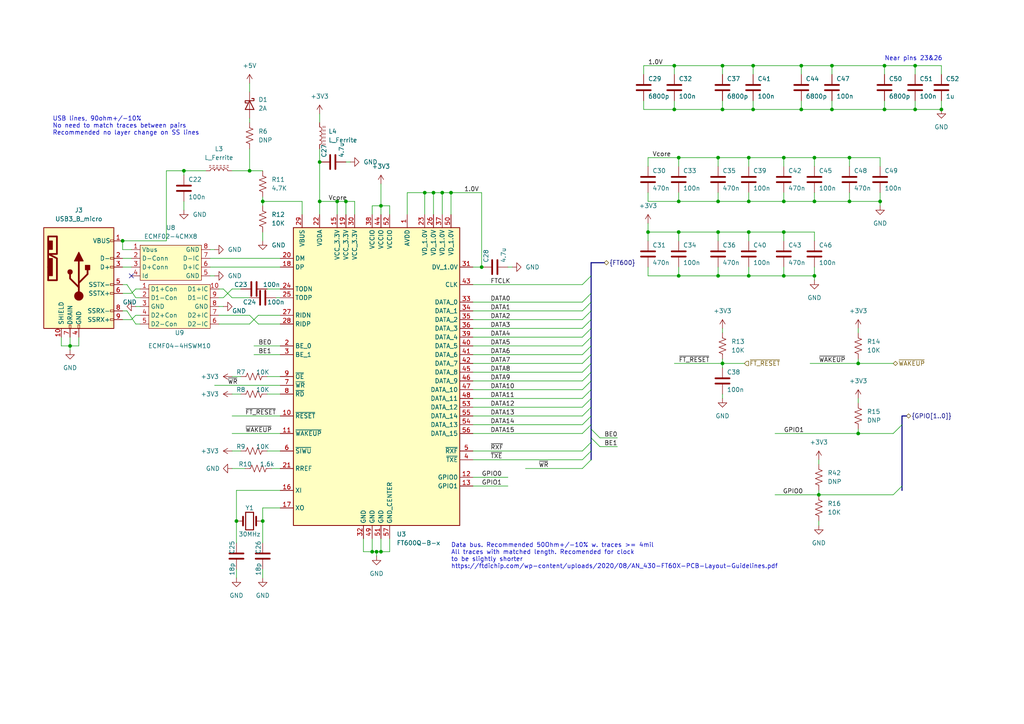
<source format=kicad_sch>
(kicad_sch (version 20211123) (generator eeschema)
  (paper "A4")
  (title_block (title "ECP5U85-BSE-USB Breakout board") (date "2022-02-02") (rev "A") (company "OEPS") (comment 1 "Aarón Cuevas López"))
  (lib_symbols
    (symbol "Device:C" (pin_numbers hide) (pin_names (offset 0.254))
      (property "Reference" "C" (at 0.635 2.54 0))
      (property "Value" "C" (at 0.635 -2.54 0))
      (symbol "C_0_1"
        (polyline (pts (xy -2.032 -0.762) (xy 2.032 -0.762)) (stroke (width 0.508)))
        (polyline (pts (xy -2.032 0.762) (xy 2.032 0.762)) (stroke (width 0.508)))
      )
      (symbol "C_1_1"
        (pin passive line (at 0 3.81 270) (length 2.794) (name "~") (number "1"))
        (pin passive line (at 0 -3.81 90) (length 2.794) (name "~") (number "2"))
      )
    )
    (symbol "Device:Crystal" (pin_numbers hide) (pin_names (offset 1.016) hide)
      (property "Reference" "Y" (at 0 3.81 0))
      (property "Value" "Crystal" (at 0 -3.81 0))
      (symbol "Crystal_0_1"
        (rectangle (start -1.143 2.54) (end 1.143 -2.54) (stroke (width 0.3048)))
        (polyline (pts (xy -2.54 0) (xy -1.905 0)))
        (polyline (pts (xy -1.905 -1.27) (xy -1.905 1.27)) (stroke (width 0.508)))
        (polyline (pts (xy 1.905 -1.27) (xy 1.905 1.27)) (stroke (width 0.508)))
        (polyline (pts (xy 2.54 0) (xy 1.905 0)))
      )
      (symbol "Crystal_1_1"
        (pin passive line (at -3.81 0 0) (length 1.27) (name "1") (number "1"))
        (pin passive line (at 3.81 0 180) (length 1.27) (name "2") (number "2"))
      )
    )
    (symbol "Device:D_Schottky" (pin_numbers hide) (pin_names (offset 1.016) hide)
      (property "Reference" "D" (at 0 2.54 0))
      (property "Value" "D_Schottky" (at 0 -2.54 0))
      (symbol "D_Schottky_0_1"
        (polyline (pts (xy 1.27 0) (xy -1.27 0)))
        (polyline (pts (xy 1.27 1.27) (xy 1.27 -1.27) (xy -1.27 0) (xy 1.27 1.27)) (stroke (width 0.254)))
        (polyline (pts (xy -1.905 0.635) (xy -1.905 1.27) (xy -1.27 1.27) (xy -1.27 -1.27) (xy -0.635 -1.27) (xy -0.635 -0.635)) (stroke (width 0.254)))
      )
      (symbol "D_Schottky_1_1"
        (pin passive line (at -3.81 0 0) (length 2.54) (name "K") (number "1"))
        (pin passive line (at 3.81 0 180) (length 2.54) (name "A") (number "2"))
      )
    )
    (symbol "Device:L_Ferrite" (pin_numbers hide) (pin_names (offset 1.016) hide)
      (property "Reference" "L" (at -1.27 0 90))
      (property "Value" "L_Ferrite" (at 2.794 0 90))
      (symbol "L_Ferrite_0_1"
        (arc (start 0 -2.54) (mid 0.635 -1.905) (end 0 -1.27))
        (arc (start 0 -1.27) (mid 0.635 -0.635) (end 0 0))
        (polyline (pts (xy 1.016 -2.794) (xy 1.016 -2.286)))
        (polyline (pts (xy 1.016 -1.778) (xy 1.016 -1.27)))
        (polyline (pts (xy 1.016 -0.762) (xy 1.016 -0.254)))
        (polyline (pts (xy 1.016 0.254) (xy 1.016 0.762)))
        (polyline (pts (xy 1.016 1.27) (xy 1.016 1.778)))
        (polyline (pts (xy 1.016 2.286) (xy 1.016 2.794)))
        (polyline (pts (xy 1.524 -2.286) (xy 1.524 -2.794)))
        (polyline (pts (xy 1.524 -1.27) (xy 1.524 -1.778)))
        (polyline (pts (xy 1.524 -0.254) (xy 1.524 -0.762)))
        (polyline (pts (xy 1.524 0.762) (xy 1.524 0.254)))
        (polyline (pts (xy 1.524 1.778) (xy 1.524 1.27)))
        (polyline (pts (xy 1.524 2.794) (xy 1.524 2.286)))
        (arc (start 0 0) (mid 0.635 0.635) (end 0 1.27))
        (arc (start 0 1.27) (mid 0.635 1.905) (end 0 2.54))
      )
      (symbol "L_Ferrite_1_1"
        (pin passive line (at 0 3.81 270) (length 1.27) (name "1") (number "1"))
        (pin passive line (at 0 -3.81 90) (length 1.27) (name "2") (number "2"))
      )
    )
    (symbol "Device:R_US" (pin_numbers hide) (pin_names (offset 0))
      (property "Reference" "R" (at 2.54 0 90))
      (property "Value" "R_US" (at -2.54 0 90))
      (symbol "R_US_0_1"
        (polyline (pts (xy 0 -2.286) (xy 0 -2.54)))
        (polyline (pts (xy 0 2.286) (xy 0 2.54)))
        (polyline (pts (xy 0 -0.762) (xy 1.016 -1.143) (xy 0 -1.524) (xy -1.016 -1.905) (xy 0 -2.286)))
        (polyline (pts (xy 0 0.762) (xy 1.016 0.381) (xy 0 0) (xy -1.016 -0.381) (xy 0 -0.762)))
        (polyline (pts (xy 0 2.286) (xy 1.016 1.905) (xy 0 1.524) (xy -1.016 1.143) (xy 0 0.762)))
      )
      (symbol "R_US_1_1"
        (pin passive line (at 0 3.81 270) (length 1.27) (name "~") (number "1"))
        (pin passive line (at 0 -3.81 90) (length 1.27) (name "~") (number "2"))
      )
    )
    (symbol "ecp5u85-bse-usb:ECMF02-4CMX8"
      (property "Reference" "U" (at 0 6.35 0))
      (property "Value" "ECMF02-4CMX8" (at 0 8.89 0))
      (symbol "ECMF02-4CMX8_0_1"
        (rectangle (start -8.89 5.08) (end 8.89 -5.08) (fill (type background)))
      )
      (symbol "ECMF02-4CMX8_1_1"
        (pin passive line (at -11.43 3.81 0) (length 2.54) (name "Vbus") (number "1"))
        (pin passive line (at -11.43 1.27 0) (length 2.54) (name "D-Conn") (number "2"))
        (pin passive line (at -11.43 -1.27 0) (length 2.54) (name "D+Conn") (number "3"))
        (pin passive line (at -11.43 -3.81 0) (length 2.54) (name "Id") (number "4"))
        (pin power_in line (at 11.43 -3.81 180) (length 2.54) (name "GND") (number "5"))
        (pin passive line (at 11.43 -1.27 180) (length 2.54) (name "D+IC") (number "6"))
        (pin passive line (at 11.43 1.27 180) (length 2.54) (name "D-IC") (number "7"))
        (pin power_in line (at 11.43 3.81 180) (length 2.54) (name "GND") (number "8"))
      )
    )
    (symbol "ecp5u85-bse-usb:ECMF04-4HSWM10"
      (property "Reference" "U" (at 0 7.62 0))
      (property "Value" "ECMF04-4HSWM10" (at 0 10.16 0))
      (symbol "ECMF04-4HSWM10_0_1"
        (rectangle (start -8.89 6.35) (end 8.89 -6.35) (fill (type background)))
      )
      (symbol "ECMF04-4HSWM10_1_1"
        (pin passive line (at -11.43 5.08 0) (length 2.54) (name "D1+Con") (number "1"))
        (pin passive line (at 11.43 5.08 180) (length 2.54) (name "D1+IC") (number "10"))
        (pin passive line (at -11.43 2.54 0) (length 2.54) (name "D1-Con") (number "2"))
        (pin power_in line (at -11.43 0 0) (length 2.54) (name "GND") (number "3"))
        (pin passive line (at -11.43 -2.54 0) (length 2.54) (name "D2+Con") (number "4"))
        (pin passive line (at -11.43 -5.08 0) (length 2.54) (name "D2-Con") (number "5"))
        (pin passive line (at 11.43 -5.08 180) (length 2.54) (name "D2-IC") (number "6"))
        (pin passive line (at 11.43 -2.54 180) (length 2.54) (name "D2+IC") (number "7"))
        (pin power_in line (at 11.43 0 180) (length 2.54) (name "GND") (number "8"))
        (pin passive line (at 11.43 2.54 180) (length 2.54) (name "D1-IC") (number "9"))
      )
    )
    (symbol "ecp5u85-bse-usb:USB3_B_micro" (pin_names (offset 1.016))
      (property "Reference" "J" (at -10.16 15.24 0))
      (property "Value" "USB3_B_micro" (at 10.16 15.24 0))
      (symbol "USB3_B_micro_0_0"
        (rectangle (start -2.794 -15.24) (end -2.286 -14.224))
        (rectangle (start -0.254 -15.24) (end 0.254 -14.224))
        (rectangle (start 10.16 -12.446) (end 9.144 -12.954))
        (rectangle (start 10.16 -9.906) (end 9.144 -10.414))
        (rectangle (start 10.16 -4.826) (end 9.144 -5.334))
        (rectangle (start 10.16 -2.286) (end 9.144 -2.794))
        (rectangle (start 10.16 2.794) (end 9.144 2.286))
        (rectangle (start 10.16 5.334) (end 9.144 4.826))
        (rectangle (start 10.16 10.414) (end 9.144 9.906))
      )
      (symbol "USB3_B_micro_0_1"
        (rectangle (start -10.16 13.97) (end 10.16 -15.24) (stroke (width 0.254)) (fill (type background)))
        (rectangle (start -8.89 5.08) (end -7.62 0) (fill (type outline)))
        (rectangle (start -8.89 10.16) (end -7.62 7.62) (fill (type outline)))
        (polyline (pts (xy -8.89 2.54) (xy -8.89 -1.27)) (stroke (width 0.5)))
        (polyline (pts (xy -8.89 2.54) (xy -8.89 11.43) (xy -6.35 11.43) (xy -6.35 6.35) (xy -8.89 6.35) (xy -6.35 5.08) (xy -6.35 -1.27) (xy -8.89 -1.27)) (stroke (width 0.5)))
      )
      (symbol "USB3_B_micro_1_1"
        (circle (center -2.54 1.143) (radius 0.635) (stroke (width 0.254)) (fill (type outline)))
        (circle (center 0 -5.842) (radius 1.27) (fill (type outline)))
        (polyline (pts (xy 0 -5.842) (xy 0 4.318)) (stroke (width 0.508)))
        (polyline (pts (xy 0 -3.302) (xy -2.54 -0.762) (xy -2.54 0.508)) (stroke (width 0.508)))
        (polyline (pts (xy 0 -2.032) (xy 2.54 0.508) (xy 2.54 1.778)) (stroke (width 0.508)))
        (polyline (pts (xy -1.27 4.318) (xy 0 6.858) (xy 1.27 4.318) (xy -1.27 4.318)) (stroke (width 0.254)) (fill (type outline)))
        (rectangle (start 1.905 1.778) (end 3.175 3.048) (stroke (width 0.254)) (fill (type outline)))
        (pin power_out line (at 12.7 10.16 180) (length 2.54) (name "VBUS") (number "1"))
        (pin passive line (at -5.08 -17.78 90) (length 2.54) (name "SHIELD") (number "10"))
        (pin bidirectional line (at 12.7 5.08 180) (length 2.54) (name "D-") (number "2"))
        (pin bidirectional line (at 12.7 2.54 180) (length 2.54) (name "D+") (number "3"))
        (pin power_out line (at 0 -17.78 90) (length 2.54) (name "GND") (number "4"))
        (pin output line (at 12.7 -2.54 180) (length 2.54) (name "SSTX-") (number "5"))
        (pin output line (at 12.7 -5.08 180) (length 2.54) (name "SSTX+") (number "6"))
        (pin passive line (at -2.54 -17.78 90) (length 2.54) (name "DRAIN") (number "7"))
        (pin input line (at 12.7 -10.16 180) (length 2.54) (name "SSRX-") (number "8"))
        (pin input line (at 12.7 -12.7 180) (length 2.54) (name "SSRX+") (number "9"))
      )
    )
    (symbol "jonnew:FT600Q-B-x"
      (property "Reference" "U" (at -1.27 2.54 0))
      (property "Value" "FT600Q-B-x" (at -6.35 0 0))
      (symbol "FT600Q-B-x_0_0"
        (pin power_in line (at 1.27 46.99 270) (length 3.81) (name "VCCIO") (number "44"))
        (pin power_in line (at 21.59 46.99 270) (length 3.81) (name "VD_1.0V") (number "50"))
        (pin power_in line (at 1.27 -46.99 90) (length 3.81) (name "GND") (number "51"))
        (pin power_in line (at 3.81 46.99 270) (length 3.81) (name "VCCIO") (number "52"))
        (pin power_in line (at 3.81 -46.99 90) (length 3.81) (name "GND_CENTER") (number "57"))
      )
      (symbol "FT600Q-B-x_0_1"
        (rectangle (start -24.13 43.18) (end 24.13 -43.18) (stroke (width 0.254)) (fill (type background)))
      )
      (symbol "FT600Q-B-x_1_1"
        (pin power_in line (at 8.89 46.99 270) (length 3.81) (name "AVDD") (number "1"))
        (pin input line (at -27.94 -11.43 0) (length 3.81) (name "~{RESET}") (number "10"))
        (pin bidirectional line (at -27.94 -16.51 0) (length 3.81) (name "~{WAKEUP}") (number "11"))
        (pin bidirectional line (at 27.94 -29.21 180) (length 3.81) (name "GPIO0") (number "12"))
        (pin bidirectional line (at 27.94 -31.75 180) (length 3.81) (name "GPIO1") (number "13"))
        (pin no_connect line (at 21.59 -35.56 180) (length 3.81) hide (name "RESERVED") (number "14"))
        (pin power_in line (at -11.43 46.99 270) (length 3.81) (name "VCC_3.3V") (number "15"))
        (pin input line (at -27.94 -33.02 0) (length 3.81) (name "XI") (number "16"))
        (pin output line (at -27.94 -38.1 0) (length 3.81) (name "XO") (number "17"))
        (pin bidirectional line (at -27.94 31.75 0) (length 3.81) (name "DP") (number "18"))
        (pin power_in line (at -8.89 46.99 270) (length 3.81) (name "VCC_3.3V") (number "19"))
        (pin bidirectional line (at -27.94 8.89 0) (length 3.81) (name "BE_0") (number "2"))
        (pin bidirectional line (at -27.94 34.29 0) (length 3.81) (name "DM") (number "20"))
        (pin input line (at -27.94 -26.67 0) (length 3.81) (name "RREF") (number "21"))
        (pin power_in line (at -16.51 46.99 270) (length 3.81) (name "VDDA") (number "22"))
        (pin power_in line (at 13.97 46.99 270) (length 3.81) (name "VD_1.0V") (number "23"))
        (pin output line (at -27.94 25.4 0) (length 3.81) (name "TODN") (number "24"))
        (pin output line (at -27.94 22.86 0) (length 3.81) (name "TODP") (number "25"))
        (pin power_in line (at 16.51 46.99 270) (length 3.81) (name "VD_1.0V") (number "26"))
        (pin input line (at -27.94 17.78 0) (length 3.81) (name "RIDN") (number "27"))
        (pin input line (at -27.94 15.24 0) (length 3.81) (name "RIDP") (number "28"))
        (pin power_in line (at -21.59 46.99 270) (length 3.81) (name "VBUS") (number "29"))
        (pin bidirectional line (at -27.94 6.35 0) (length 3.81) (name "BE_1") (number "3"))
        (pin power_in line (at -6.35 46.99 270) (length 3.81) (name "VCC_3.3V") (number "30"))
        (pin power_out line (at 27.94 31.75 180) (length 3.81) (name "DV_1.0V") (number "31"))
        (pin power_in line (at -3.81 -46.99 90) (length 3.81) (name "GND") (number "32"))
        (pin bidirectional line (at 27.94 21.59 180) (length 3.81) (name "DATA_0") (number "33"))
        (pin bidirectional line (at 27.94 19.05 180) (length 3.81) (name "DATA_1") (number "34"))
        (pin bidirectional line (at 27.94 16.51 180) (length 3.81) (name "DATA_2") (number "35"))
        (pin bidirectional line (at 27.94 13.97 180) (length 3.81) (name "DATA_3") (number "36"))
        (pin power_in line (at 19.05 46.99 270) (length 3.81) (name "VD_1.0V") (number "37"))
        (pin power_in line (at -1.27 46.99 270) (length 3.81) (name "VCCIO") (number "38"))
        (pin bidirectional line (at 27.94 11.43 180) (length 3.81) (name "DATA_4") (number "39"))
        (pin output line (at 27.94 -24.13 180) (length 3.81) (name "~{TXE}") (number "4"))
        (pin bidirectional line (at 27.94 8.89 180) (length 3.81) (name "DATA_5") (number "40"))
        (pin bidirectional line (at 27.94 6.35 180) (length 3.81) (name "DATA_6") (number "41"))
        (pin bidirectional line (at 27.94 3.81 180) (length 3.81) (name "DATA_7") (number "42"))
        (pin output line (at 27.94 26.67 180) (length 3.81) (name "CLK") (number "43"))
        (pin bidirectional line (at 27.94 1.27 180) (length 3.81) (name "DATA_8") (number "45"))
        (pin bidirectional line (at 27.94 -1.27 180) (length 3.81) (name "DATA_9") (number "46"))
        (pin bidirectional line (at 27.94 -3.81 180) (length 3.81) (name "DATA_10") (number "47"))
        (pin bidirectional line (at 27.94 -6.35 180) (length 3.81) (name "DATA_11") (number "48"))
        (pin power_in line (at -1.27 -46.99 90) (length 3.81) (name "GND") (number "49"))
        (pin output line (at 27.94 -21.59 180) (length 3.81) (name "~{RXF}") (number "5"))
        (pin bidirectional line (at 27.94 -8.89 180) (length 3.81) (name "DATA_12") (number "53"))
        (pin bidirectional line (at 27.94 -13.97 180) (length 3.81) (name "DATA_13") (number "54"))
        (pin bidirectional line (at 27.94 -11.43 180) (length 3.81) (name "DATA_14") (number "55"))
        (pin bidirectional line (at 27.94 -16.51 180) (length 3.81) (name "DATA_15") (number "56"))
        (pin input line (at -27.94 -21.59 0) (length 3.81) (name "~{SIWU}") (number "6"))
        (pin input line (at -27.94 -2.54 0) (length 3.81) (name "~{WR}") (number "7"))
        (pin input line (at -27.94 -5.08 0) (length 3.81) (name "~{RD}") (number "8"))
        (pin input line (at -27.94 0 0) (length 3.81) (name "~{OE}") (number "9"))
      )
    )
    (symbol "power:+3.3V" (power) (pin_names (offset 0))
      (property "Value" "+3.3V" (at 0 3.556 0))
      (symbol "+3.3V_0_1"
        (polyline (pts (xy -0.762 1.27) (xy 0 2.54)))
        (polyline (pts (xy 0 0) (xy 0 2.54)))
        (polyline (pts (xy 0 2.54) (xy 0.762 1.27)))
      )
      (symbol "+3.3V_1_1"
        (pin power_in line (at 0 0 90) (length 0) hide (name "+3V3") (number "1"))
      )
    )
    (symbol "power:+5V" (power) (pin_names (offset 0))
      (property "Value" "+5V" (at 0 3.556 0))
      (symbol "+5V_0_1"
        (polyline (pts (xy -0.762 1.27) (xy 0 2.54)))
        (polyline (pts (xy 0 0) (xy 0 2.54)))
        (polyline (pts (xy 0 2.54) (xy 0.762 1.27)))
      )
      (symbol "+5V_1_1"
        (pin power_in line (at 0 0 90) (length 0) hide (name "+5V") (number "1"))
      )
    )
    (symbol "power:GND" (power) (pin_names (offset 0))
      (property "Value" "GND" (at 0 -3.81 0))
      (symbol "GND_0_1"
        (polyline (pts (xy 0 0) (xy 0 -1.27) (xy 1.27 -1.27) (xy 0 -2.54) (xy -1.27 -1.27) (xy 0 -1.27)))
      )
      (symbol "GND_1_1"
        (pin power_in line (at 0 0 270) (length 0) hide (name "GND") (number "1"))
      )
    )
  )
  (bus_alias "FT600" (members "DATA[0..15]" "BE[0..1]" "~{RXF}" "~{TXE}" "~{WR}" "FTCLK"))
  (junction (at 97.79 58.42))
  (junction (at 208.28 58.42))
  (junction (at 265.43 19.05))
  (junction (at 256.54 31.75))
  (junction (at 110.49 160.02))
  (junction (at 227.33 80.01))
  (junction (at 255.27 58.42))
  (junction (at 237.49 143.51))
  (junction (at 248.92 105.41))
  (junction (at 209.55 19.05))
  (junction (at 195.58 31.75))
  (junction (at 107.95 160.02))
  (junction (at 208.28 80.01))
  (junction (at 125.73 55.88))
  (junction (at 217.17 67.31))
  (junction (at 208.28 45.72))
  (junction (at 246.38 45.72))
  (junction (at 227.33 45.72))
  (junction (at 236.22 58.42))
  (junction (at 217.17 58.42))
  (junction (at 208.28 67.31))
  (junction (at 265.43 31.75))
  (junction (at 72.39 49.53))
  (junction (at 92.71 46.99))
  (junction (at 130.81 55.88))
  (junction (at 218.44 31.75))
  (junction (at 232.41 31.75))
  (junction (at 236.22 80.01))
  (junction (at 100.33 58.42))
  (junction (at 139.7 77.47))
  (junction (at 196.85 80.01))
  (junction (at 217.17 45.72))
  (junction (at 68.58 151.13))
  (junction (at 76.2 151.13))
  (junction (at 246.38 58.42))
  (junction (at 196.85 45.72))
  (junction (at 196.85 58.42))
  (junction (at 76.2 58.42))
  (junction (at 35.56 69.85))
  (junction (at 187.96 67.31))
  (junction (at 236.22 45.72))
  (junction (at 273.05 31.75))
  (junction (at 218.44 19.05))
  (junction (at 109.22 160.02))
  (junction (at 92.71 58.42))
  (junction (at 128.27 55.88))
  (junction (at 232.41 19.05))
  (junction (at 209.55 105.41))
  (junction (at 123.19 55.88))
  (junction (at 248.92 125.73))
  (junction (at 209.55 31.75))
  (junction (at 110.49 59.69))
  (junction (at 195.58 19.05))
  (junction (at 227.33 58.42))
  (junction (at 217.17 80.01))
  (junction (at 20.32 100.33))
  (junction (at 241.3 31.75))
  (junction (at 227.33 67.31))
  (junction (at 241.3 19.05))
  (junction (at 256.54 19.05))
  (junction (at 196.85 67.31))
  (junction (at 53.34 49.53))
  (no_connect (at 38.1 80.01))
  (bus_entry (at 171.45 102.87) (size -2.54 2.54))
  (bus_entry (at 171.45 118.11) (size -2.54 2.54))
  (bus_entry (at 171.45 107.95) (size -2.54 2.54))
  (bus_entry (at 171.45 130.81) (size -2.54 2.54))
  (bus_entry (at 259.08 125.73) (size 2.54 -2.54))
  (bus_entry (at 171.45 123.19) (size -2.54 2.54))
  (bus_entry (at 171.45 115.57) (size -2.54 2.54))
  (bus_entry (at 171.45 97.79) (size -2.54 2.54))
  (bus_entry (at 171.45 95.25) (size -2.54 2.54))
  (bus_entry (at 171.45 105.41) (size -2.54 2.54))
  (bus_entry (at 171.45 87.63) (size -2.54 2.54))
  (bus_entry (at 171.45 133.35) (size -2.54 2.54))
  (bus_entry (at 171.45 85.09) (size -2.54 2.54))
  (bus_entry (at 171.45 120.65) (size -2.54 2.54))
  (bus_entry (at 171.45 128.27) (size -2.54 2.54))
  (bus_entry (at 171.45 124.46) (size 2.54 2.54))
  (bus_entry (at 171.45 127) (size 2.54 2.54))
  (bus_entry (at 171.45 110.49) (size -2.54 2.54))
  (bus_entry (at 171.45 92.71) (size -2.54 2.54))
  (bus_entry (at 171.45 90.17) (size -2.54 2.54))
  (bus_entry (at 171.45 113.03) (size -2.54 2.54))
  (bus_entry (at 259.08 143.51) (size 2.54 -2.54))
  (bus_entry (at 171.45 100.33) (size -2.54 2.54))
  (bus_entry (at 168.91 82.55) (size 2.54 -2.54))
  (wire (pts (xy 187.96 55.88) (xy 187.96 58.42)))
  (wire (pts (xy 137.16 125.73) (xy 168.91 125.73)))
  (wire (pts (xy 265.43 19.05) (xy 265.43 21.59)))
  (wire (pts (xy 48.26 69.85) (xy 48.26 49.53)))
  (wire (pts (xy 63.5 88.9) (xy 64.77 88.9)))
  (wire (pts (xy 39.37 91.44) (xy 38.1 92.71)))
  (wire (pts (xy 102.87 58.42) (xy 102.87 62.23)))
  (wire (pts (xy 218.44 19.05) (xy 232.41 19.05)))
  (wire (pts (xy 209.55 31.75) (xy 218.44 31.75)))
  (wire (pts (xy 67.31 49.53) (xy 72.39 49.53)))
  (wire (pts (xy 17.78 100.33) (xy 20.32 100.33)))
  (wire (pts (xy 265.43 31.75) (xy 273.05 31.75)))
  (wire (pts (xy 77.47 130.81) (xy 81.28 130.81)))
  (wire (pts (xy 209.55 19.05) (xy 218.44 19.05)))
  (wire (pts (xy 36.83 82.55) (xy 39.37 86.36)))
  (wire (pts (xy 217.17 80.01) (xy 227.33 80.01)))
  (wire (pts (xy 234.95 105.41) (xy 248.92 105.41)))
  (wire (pts (xy 195.58 19.05) (xy 195.58 21.59)))
  (wire (pts (xy 187.96 48.26) (xy 187.96 45.72)))
  (wire (pts (xy 236.22 45.72) (xy 236.22 48.26)))
  (wire (pts (xy 80.01 86.36) (xy 81.28 86.36)))
  (wire (pts (xy 137.16 90.17) (xy 168.91 90.17)))
  (wire (pts (xy 17.78 97.79) (xy 17.78 100.33)))
  (wire (pts (xy 72.39 91.44) (xy 74.93 93.98)))
  (wire (pts (xy 209.55 104.14) (xy 209.55 105.41)))
  (wire (pts (xy 246.38 48.26) (xy 246.38 45.72)))
  (wire (pts (xy 53.34 49.53) (xy 59.69 49.53)))
  (wire (pts (xy 236.22 67.31) (xy 236.22 69.85)))
  (wire (pts (xy 100.33 58.42) (xy 100.33 62.23)))
  (wire (pts (xy 63.5 93.98) (xy 72.39 93.98)))
  (bus (pts (xy 171.45 85.09) (xy 171.45 87.63)))
  (wire (pts (xy 60.96 80.01) (xy 62.23 80.01)))
  (wire (pts (xy 227.33 69.85) (xy 227.33 67.31)))
  (wire (pts (xy 35.56 85.09) (xy 38.1 85.09)))
  (wire (pts (xy 218.44 19.05) (xy 218.44 21.59)))
  (wire (pts (xy 196.85 80.01) (xy 208.28 80.01)))
  (wire (pts (xy 196.85 45.72) (xy 196.85 48.26)))
  (wire (pts (xy 137.16 140.97) (xy 147.32 140.97)))
  (wire (pts (xy 67.31 120.65) (xy 81.28 120.65)))
  (wire (pts (xy 92.71 33.02) (xy 92.71 35.56)))
  (wire (pts (xy 137.16 138.43) (xy 147.32 138.43)))
  (wire (pts (xy 148.59 77.47) (xy 147.32 77.47)))
  (wire (pts (xy 236.22 45.72) (xy 246.38 45.72)))
  (bus (pts (xy 261.62 140.97) (xy 261.62 123.19)))
  (wire (pts (xy 187.96 77.47) (xy 187.96 80.01)))
  (wire (pts (xy 227.33 58.42) (xy 236.22 58.42)))
  (wire (pts (xy 125.73 55.88) (xy 128.27 55.88)))
  (wire (pts (xy 236.22 77.47) (xy 236.22 80.01)))
  (wire (pts (xy 209.55 105.41) (xy 209.55 106.68)))
  (wire (pts (xy 137.16 95.25) (xy 168.91 95.25)))
  (wire (pts (xy 137.16 107.95) (xy 168.91 107.95)))
  (wire (pts (xy 137.16 118.11) (xy 168.91 118.11)))
  (wire (pts (xy 152.4 135.89) (xy 168.91 135.89)))
  (bus (pts (xy 171.45 128.27) (xy 171.45 130.81)))
  (wire (pts (xy 236.22 58.42) (xy 246.38 58.42)))
  (wire (pts (xy 273.05 19.05) (xy 273.05 21.59)))
  (wire (pts (xy 256.54 29.21) (xy 256.54 31.75)))
  (wire (pts (xy 227.33 55.88) (xy 227.33 58.42)))
  (wire (pts (xy 224.79 125.73) (xy 248.92 125.73)))
  (bus (pts (xy 171.45 92.71) (xy 171.45 95.25)))
  (wire (pts (xy 20.32 97.79) (xy 20.32 100.33)))
  (wire (pts (xy 139.7 77.47) (xy 139.7 55.88)))
  (wire (pts (xy 208.28 67.31) (xy 217.17 67.31)))
  (wire (pts (xy 237.49 151.13) (xy 237.49 152.4)))
  (wire (pts (xy 232.41 19.05) (xy 241.3 19.05)))
  (wire (pts (xy 77.47 109.22) (xy 81.28 109.22)))
  (wire (pts (xy 208.28 58.42) (xy 217.17 58.42)))
  (wire (pts (xy 137.16 115.57) (xy 168.91 115.57)))
  (wire (pts (xy 92.71 43.18) (xy 92.71 46.99)))
  (wire (pts (xy 196.85 55.88) (xy 196.85 58.42)))
  (wire (pts (xy 22.86 97.79) (xy 22.86 100.33)))
  (wire (pts (xy 237.49 142.24) (xy 237.49 143.51)))
  (wire (pts (xy 255.27 55.88) (xy 255.27 58.42)))
  (wire (pts (xy 241.3 29.21) (xy 241.3 31.75)))
  (wire (pts (xy 137.16 97.79) (xy 168.91 97.79)))
  (bus (pts (xy 171.45 105.41) (xy 171.45 107.95)))
  (wire (pts (xy 36.83 90.17) (xy 39.37 93.98)))
  (wire (pts (xy 137.16 87.63) (xy 168.91 87.63)))
  (wire (pts (xy 196.85 77.47) (xy 196.85 80.01)))
  (wire (pts (xy 76.2 58.42) (xy 87.63 58.42)))
  (wire (pts (xy 60.96 72.39) (xy 62.23 72.39)))
  (wire (pts (xy 63.5 86.36) (xy 64.77 86.36)))
  (wire (pts (xy 227.33 80.01) (xy 236.22 80.01)))
  (wire (pts (xy 76.2 67.31) (xy 76.2 69.85)))
  (wire (pts (xy 256.54 31.75) (xy 265.43 31.75)))
  (bus (pts (xy 171.45 100.33) (xy 171.45 102.87)))
  (wire (pts (xy 76.2 58.42) (xy 76.2 59.69)))
  (wire (pts (xy 20.32 100.33) (xy 22.86 100.33)))
  (wire (pts (xy 107.95 62.23) (xy 107.95 59.69)))
  (wire (pts (xy 35.56 72.39) (xy 35.56 69.85)))
  (wire (pts (xy 217.17 45.72) (xy 217.17 48.26)))
  (wire (pts (xy 77.47 83.82) (xy 81.28 83.82)))
  (wire (pts (xy 60.96 74.93) (xy 81.28 74.93)))
  (wire (pts (xy 195.58 105.41) (xy 209.55 105.41)))
  (bus (pts (xy 171.45 123.19) (xy 171.45 124.46)))
  (wire (pts (xy 246.38 45.72) (xy 255.27 45.72)))
  (wire (pts (xy 218.44 29.21) (xy 218.44 31.75)))
  (wire (pts (xy 208.28 55.88) (xy 208.28 58.42)))
  (bus (pts (xy 171.45 110.49) (xy 171.45 113.03)))
  (wire (pts (xy 137.16 113.03) (xy 168.91 113.03)))
  (wire (pts (xy 137.16 92.71) (xy 168.91 92.71)))
  (wire (pts (xy 217.17 45.72) (xy 227.33 45.72)))
  (wire (pts (xy 35.56 69.85) (xy 48.26 69.85)))
  (wire (pts (xy 76.2 165.1) (xy 76.2 167.64)))
  (wire (pts (xy 137.16 102.87) (xy 168.91 102.87)))
  (wire (pts (xy 67.31 130.81) (xy 69.85 130.81)))
  (wire (pts (xy 137.16 82.55) (xy 168.91 82.55)))
  (wire (pts (xy 77.47 114.3) (xy 81.28 114.3)))
  (wire (pts (xy 110.49 59.69) (xy 110.49 62.23)))
  (wire (pts (xy 39.37 83.82) (xy 40.64 83.82)))
  (wire (pts (xy 187.96 67.31) (xy 196.85 67.31)))
  (wire (pts (xy 256.54 19.05) (xy 256.54 21.59)))
  (bus (pts (xy 171.45 80.01) (xy 171.45 85.09)))
  (wire (pts (xy 187.96 45.72) (xy 196.85 45.72)))
  (wire (pts (xy 130.81 62.23) (xy 130.81 55.88)))
  (wire (pts (xy 217.17 67.31) (xy 227.33 67.31)))
  (wire (pts (xy 72.39 43.18) (xy 72.39 49.53)))
  (wire (pts (xy 224.79 143.51) (xy 237.49 143.51)))
  (wire (pts (xy 72.39 24.13) (xy 72.39 26.67)))
  (bus (pts (xy 171.45 124.46) (xy 171.45 127)))
  (bus (pts (xy 171.45 102.87) (xy 171.45 105.41)))
  (wire (pts (xy 209.55 114.3) (xy 209.55 115.57)))
  (wire (pts (xy 118.11 62.23) (xy 118.11 55.88)))
  (wire (pts (xy 67.31 83.82) (xy 64.77 86.36)))
  (wire (pts (xy 217.17 67.31) (xy 217.17 69.85)))
  (wire (pts (xy 273.05 29.21) (xy 273.05 31.75)))
  (bus (pts (xy 261.62 120.65) (xy 262.89 120.65)))
  (wire (pts (xy 217.17 58.42) (xy 227.33 58.42)))
  (wire (pts (xy 236.22 55.88) (xy 236.22 58.42)))
  (wire (pts (xy 92.71 46.99) (xy 92.71 58.42)))
  (bus (pts (xy 171.45 127) (xy 171.45 128.27)))
  (wire (pts (xy 137.16 110.49) (xy 168.91 110.49)))
  (wire (pts (xy 63.5 83.82) (xy 64.77 83.82)))
  (wire (pts (xy 187.96 58.42) (xy 196.85 58.42)))
  (wire (pts (xy 78.74 135.89) (xy 81.28 135.89)))
  (wire (pts (xy 68.58 165.1) (xy 68.58 167.64)))
  (wire (pts (xy 265.43 19.05) (xy 273.05 19.05)))
  (bus (pts (xy 171.45 107.95) (xy 171.45 110.49)))
  (wire (pts (xy 248.92 95.25) (xy 248.92 96.52)))
  (wire (pts (xy 227.33 77.47) (xy 227.33 80.01)))
  (wire (pts (xy 105.41 160.02) (xy 107.95 160.02)))
  (wire (pts (xy 186.69 19.05) (xy 195.58 19.05)))
  (wire (pts (xy 48.26 49.53) (xy 53.34 49.53)))
  (wire (pts (xy 39.37 88.9) (xy 40.64 88.9)))
  (wire (pts (xy 196.85 67.31) (xy 208.28 67.31)))
  (wire (pts (xy 110.49 160.02) (xy 113.03 160.02)))
  (wire (pts (xy 97.79 58.42) (xy 97.79 62.23)))
  (bus (pts (xy 261.62 123.19) (xy 261.62 120.65)))
  (wire (pts (xy 256.54 19.05) (xy 265.43 19.05)))
  (wire (pts (xy 118.11 55.88) (xy 123.19 55.88)))
  (wire (pts (xy 39.37 86.36) (xy 40.64 86.36)))
  (wire (pts (xy 241.3 19.05) (xy 256.54 19.05)))
  (wire (pts (xy 107.95 156.21) (xy 107.95 160.02)))
  (wire (pts (xy 246.38 55.88) (xy 246.38 58.42)))
  (wire (pts (xy 128.27 55.88) (xy 128.27 62.23)))
  (wire (pts (xy 101.6 46.99) (xy 100.33 46.99)))
  (wire (pts (xy 237.49 133.35) (xy 237.49 134.62)))
  (bus (pts (xy 171.45 76.2) (xy 175.26 76.2)))
  (wire (pts (xy 248.92 124.46) (xy 248.92 125.73)))
  (wire (pts (xy 81.28 147.32) (xy 76.2 147.32)))
  (wire (pts (xy 232.41 29.21) (xy 232.41 31.75)))
  (wire (pts (xy 123.19 55.88) (xy 125.73 55.88)))
  (bus (pts (xy 171.45 87.63) (xy 171.45 90.17)))
  (wire (pts (xy 107.95 59.69) (xy 110.49 59.69)))
  (wire (pts (xy 110.49 53.34) (xy 110.49 59.69)))
  (wire (pts (xy 74.93 91.44) (xy 81.28 91.44)))
  (wire (pts (xy 139.7 55.88) (xy 130.81 55.88)))
  (bus (pts (xy 171.45 113.03) (xy 171.45 115.57)))
  (wire (pts (xy 209.55 29.21) (xy 209.55 31.75)))
  (wire (pts (xy 35.56 92.71) (xy 38.1 92.71)))
  (wire (pts (xy 107.95 160.02) (xy 109.22 160.02)))
  (wire (pts (xy 35.56 90.17) (xy 36.83 90.17)))
  (wire (pts (xy 137.16 133.35) (xy 168.91 133.35)))
  (wire (pts (xy 255.27 45.72) (xy 255.27 48.26)))
  (wire (pts (xy 196.85 67.31) (xy 196.85 69.85)))
  (wire (pts (xy 227.33 48.26) (xy 227.33 45.72)))
  (wire (pts (xy 208.28 69.85) (xy 208.28 67.31)))
  (wire (pts (xy 87.63 58.42) (xy 87.63 62.23)))
  (wire (pts (xy 208.28 48.26) (xy 208.28 45.72)))
  (wire (pts (xy 67.31 86.36) (xy 72.39 86.36)))
  (wire (pts (xy 53.34 58.42) (xy 53.34 60.96)))
  (bus (pts (xy 171.45 120.65) (xy 171.45 123.19)))
  (wire (pts (xy 62.23 111.76) (xy 81.28 111.76)))
  (wire (pts (xy 237.49 143.51) (xy 259.08 143.51)))
  (bus (pts (xy 171.45 90.17) (xy 171.45 92.71)))
  (wire (pts (xy 195.58 19.05) (xy 209.55 19.05)))
  (wire (pts (xy 218.44 31.75) (xy 232.41 31.75)))
  (wire (pts (xy 187.96 80.01) (xy 196.85 80.01)))
  (wire (pts (xy 187.96 64.77) (xy 187.96 67.31)))
  (wire (pts (xy 68.58 142.24) (xy 68.58 151.13)))
  (wire (pts (xy 74.93 93.98) (xy 81.28 93.98)))
  (wire (pts (xy 72.39 49.53) (xy 76.2 49.53)))
  (wire (pts (xy 76.2 57.15) (xy 76.2 58.42)))
  (wire (pts (xy 137.16 77.47) (xy 139.7 77.47)))
  (wire (pts (xy 110.49 59.69) (xy 113.03 59.69)))
  (wire (pts (xy 67.31 83.82) (xy 69.85 83.82)))
  (wire (pts (xy 67.31 114.3) (xy 69.85 114.3)))
  (wire (pts (xy 187.96 69.85) (xy 187.96 67.31)))
  (wire (pts (xy 236.22 80.01) (xy 236.22 81.28)))
  (wire (pts (xy 232.41 31.75) (xy 241.3 31.75)))
  (wire (pts (xy 227.33 67.31) (xy 236.22 67.31)))
  (wire (pts (xy 209.55 105.41) (xy 215.9 105.41)))
  (wire (pts (xy 97.79 58.42) (xy 100.33 58.42)))
  (wire (pts (xy 227.33 45.72) (xy 236.22 45.72)))
  (wire (pts (xy 38.1 72.39) (xy 35.56 72.39)))
  (wire (pts (xy 109.22 160.02) (xy 110.49 160.02)))
  (wire (pts (xy 232.41 21.59) (xy 232.41 19.05)))
  (wire (pts (xy 113.03 59.69) (xy 113.03 62.23)))
  (wire (pts (xy 209.55 95.25) (xy 209.55 96.52)))
  (wire (pts (xy 53.34 49.53) (xy 53.34 50.8)))
  (bus (pts (xy 171.45 118.11) (xy 171.45 120.65)))
  (wire (pts (xy 67.31 135.89) (xy 71.12 135.89)))
  (wire (pts (xy 241.3 19.05) (xy 241.3 21.59)))
  (wire (pts (xy 68.58 151.13) (xy 68.58 157.48)))
  (wire (pts (xy 137.16 105.41) (xy 168.91 105.41)))
  (wire (pts (xy 246.38 58.42) (xy 255.27 58.42)))
  (wire (pts (xy 195.58 31.75) (xy 209.55 31.75)))
  (wire (pts (xy 72.39 93.98) (xy 74.93 91.44)))
  (wire (pts (xy 130.81 55.88) (xy 128.27 55.88)))
  (wire (pts (xy 217.17 55.88) (xy 217.17 58.42)))
  (wire (pts (xy 248.92 104.14) (xy 248.92 105.41)))
  (wire (pts (xy 137.16 130.81) (xy 168.91 130.81)))
  (wire (pts (xy 248.92 115.57) (xy 248.92 116.84)))
  (wire (pts (xy 123.19 62.23) (xy 123.19 55.88)))
  (wire (pts (xy 265.43 29.21) (xy 265.43 31.75)))
  (wire (pts (xy 173.99 129.54) (xy 179.07 129.54)))
  (wire (pts (xy 113.03 156.21) (xy 113.03 160.02)))
  (bus (pts (xy 171.45 76.2) (xy 171.45 80.01)))
  (wire (pts (xy 60.96 77.47) (xy 81.28 77.47)))
  (wire (pts (xy 110.49 156.21) (xy 110.49 160.02)))
  (wire (pts (xy 186.69 31.75) (xy 195.58 31.75)))
  (wire (pts (xy 20.32 100.33) (xy 20.32 101.6)))
  (wire (pts (xy 92.71 58.42) (xy 92.71 62.23)))
  (wire (pts (xy 64.77 83.82) (xy 67.31 86.36)))
  (wire (pts (xy 186.69 29.21) (xy 186.69 31.75)))
  (wire (pts (xy 73.66 100.33) (xy 81.28 100.33)))
  (wire (pts (xy 208.28 80.01) (xy 217.17 80.01)))
  (wire (pts (xy 255.27 58.42) (xy 255.27 59.69)))
  (wire (pts (xy 76.2 147.32) (xy 76.2 151.13)))
  (bus (pts (xy 171.45 115.57) (xy 171.45 118.11)))
  (wire (pts (xy 67.31 125.73) (xy 81.28 125.73)))
  (wire (pts (xy 137.16 123.19) (xy 168.91 123.19)))
  (wire (pts (xy 92.71 58.42) (xy 97.79 58.42)))
  (wire (pts (xy 109.22 160.02) (xy 109.22 161.29)))
  (wire (pts (xy 35.56 77.47) (xy 38.1 77.47)))
  (wire (pts (xy 137.16 120.65) (xy 168.91 120.65)))
  (wire (pts (xy 39.37 83.82) (xy 38.1 85.09)))
  (wire (pts (xy 105.41 156.21) (xy 105.41 160.02)))
  (wire (pts (xy 248.92 125.73) (xy 259.08 125.73)))
  (wire (pts (xy 39.37 91.44) (xy 40.64 91.44)))
  (wire (pts (xy 76.2 151.13) (xy 76.2 157.48)))
  (wire (pts (xy 68.58 142.24) (xy 81.28 142.24)))
  (wire (pts (xy 196.85 45.72) (xy 208.28 45.72)))
  (bus (pts (xy 171.45 130.81) (xy 171.45 133.35)))
  (wire (pts (xy 125.73 55.88) (xy 125.73 62.23)))
  (wire (pts (xy 248.92 105.41) (xy 259.08 105.41)))
  (wire (pts (xy 39.37 93.98) (xy 40.64 93.98)))
  (wire (pts (xy 35.56 74.93) (xy 38.1 74.93)))
  (wire (pts (xy 196.85 58.42) (xy 208.28 58.42)))
  (bus (pts (xy 171.45 97.79) (xy 171.45 100.33)))
  (wire (pts (xy 186.69 21.59) (xy 186.69 19.05)))
  (wire (pts (xy 137.16 100.33) (xy 168.91 100.33)))
  (bus (pts (xy 171.45 95.25) (xy 171.45 97.79)))
  (wire (pts (xy 63.5 91.44) (xy 72.39 91.44)))
  (wire (pts (xy 241.3 31.75) (xy 256.54 31.75)))
  (wire (pts (xy 208.28 45.72) (xy 217.17 45.72)))
  (bus (pts (xy 261.62 142.24) (xy 261.62 140.97)))
  (wire (pts (xy 209.55 21.59) (xy 209.55 19.05)))
  (wire (pts (xy 73.66 102.87) (xy 81.28 102.87)))
  (wire (pts (xy 217.17 77.47) (xy 217.17 80.01)))
  (wire (pts (xy 173.99 127) (xy 179.07 127)))
  (wire (pts (xy 72.39 34.29) (xy 72.39 35.56)))
  (wire (pts (xy 100.33 58.42) (xy 102.87 58.42)))
  (wire (pts (xy 195.58 29.21) (xy 195.58 31.75)))
  (wire (pts (xy 35.56 82.55) (xy 36.83 82.55)))
  (wire (pts (xy 67.31 109.22) (xy 69.85 109.22)))
  (wire (pts (xy 208.28 77.47) (xy 208.28 80.01)))
  (text "Near pins 23&26" (at 256.54 17.78 0) (effects (font (size 1.27 1.27)) (justify left bottom)))
  (text "USB lines, 90ohm+/-10%\nNo need to match traces between pairs\nRecommended no layer change on SS lines\n" (at 15.24 39.37 0) (effects (font (size 1.27 1.27)) (justify left bottom)))
  (text "Data bus. Recommended 50Ohm+/-10% w. traces >= 4mil\nAll traces with matched length. Recomended for clock\nto be slightly shorter\nhttps://ftdichip.com/wp-content/uploads/2020/08/AN_430-FT60X-PCB-Layout-Guidelines.pdf" (at 130.81 165.1 0) (effects (font (size 1.27 1.27)) (justify left bottom)))
  (label "DATA9" (at 142.24 110.49 0))
  (label "DATA8" (at 142.24 107.95 0))
  (label "GPIO0" (at 139.7 138.43 0))
  (label "DATA0" (at 142.24 87.63 0))
  (label "DATA11" (at 142.24 115.57 0))
  (label "BE0" (at 175.26 127 0))
  (label "DATA15" (at 142.24 125.73 0))
  (label "DATA12" (at 142.24 118.11 0))
  (label "BE0" (at 74.93 100.33 0))
  (label "GPIO1" (at 139.7 140.97 0))
  (label "~{RXF}" (at 142.24 130.81 0))
  (label "~{FT_RESET}" (at 196.85 105.41 0))
  (label "~{WR}" (at 66.04 111.76 0))
  (label "BE1" (at 74.93 102.87 0))
  (label "BE1" (at 175.26 129.54 0))
  (label "GPIO0" (at 227.047 143.51 0))
  (label "DATA2" (at 142.24 92.71 0))
  (label "1.0V" (at 134.62 55.88 0))
  (label "Vcore" (at 189.23 45.72 0))
  (label "~{TXE}" (at 142.24 133.35 0))
  (label "DATA4" (at 142.24 97.79 0))
  (label "~{WR}" (at 156.21 135.89 0))
  (label "~{WAKEUP}" (at 237.49 105.41 0))
  (label "DATA13" (at 142.24 120.65 0))
  (label "DATA14" (at 142.24 123.19 0))
  (label "Vcore" (at 95.25 58.42 0))
  (label "DATA10" (at 142.24 113.03 0))
  (label "~{FT_RESET}" (at 71.12 120.65 0))
  (label "DATA7" (at 142.24 105.41 0))
  (label "DATA3" (at 142.24 95.25 0))
  (label "1.0V" (at 187.96 19.05 0))
  (label "~{WAKEUP}" (at 71.12 125.73 0))
  (label "GPIO1" (at 227.33 125.73 0))
  (label "FTCLK" (at 142.24 82.55 0))
  (label "DATA1" (at 142.24 90.17 0))
  (label "DATA6" (at 142.24 102.87 0))
  (label "DATA5" (at 142.24 100.33 0))
  (hierarchical_label "{FT600}" (shape bidirectional) (at 175.26 76.2 0))
  (hierarchical_label "~{FT_RESET}" (shape input) (at 215.9 105.41 0))
  (hierarchical_label "~{WAKEUP}" (shape bidirectional) (at 259.08 105.41 0))
  (hierarchical_label "{GPIO[1..0]}" (shape bidirectional) (at 262.89 120.65 0))
  (symbol (lib_id "Device:C") (at 187.96 52.07 0) (unit 1)
    (property "Reference" "C30" (at 189.23 49.53 0) (effects (justify left)))
    (property "Value" "470n" (at 189.23 54.61 0) (effects (justify left)))
  )
  (symbol (lib_id "Device:C") (at 96.52 46.99 90) (unit 1)
    (property "Reference" "C27" (at 93.98 45.72 0) (effects (justify left)))
    (property "Value" "4.7u" (at 99.06 45.72 0) (effects (justify left)))
  )
  (symbol (lib_id "Device:C") (at 208.28 52.07 0) (unit 1)
    (property "Reference" "C35" (at 209.55 49.53 0) (effects (justify left)))
    (property "Value" "470n" (at 209.55 54.61 0) (effects (justify left)))
  )
  (symbol (lib_id "Device:C") (at 218.44 25.4 0) (unit 1)
    (property "Reference" "C41" (at 219.71 22.86 0) (effects (justify left)))
    (property "Value" "100n" (at 219.71 27.94 0) (effects (justify left)))
  )
  (symbol (lib_id "Device:R_US") (at 248.92 120.65 0) (unit 1)
    (property "Reference" "R15" (at 251.46 119.3799 0) (effects (justify left)))
    (property "Value" "DNP" (at 251.46 121.9199 0) (effects (justify left)))
  )
  (symbol (lib_id "Device:R_US") (at 73.66 114.3 90) (unit 1)
    (property "Reference" "R8" (at 69.85 113.03 90))
    (property "Value" "10K" (at 76.2 113.03 90))
  )
  (symbol (lib_id "Device:R_US") (at 209.55 100.33 0) (unit 1)
    (property "Reference" "R13" (at 212.09 99.0599 0) (effects (justify left)))
    (property "Value" "10K" (at 212.09 101.5999 0) (effects (justify left)))
  )
  (symbol (lib_id "power:GND") (at 64.77 88.9 90) (unit 1)
    (property "Reference" "#PWR083" (effects hide))
    (property "Value" "GND" (at 67.31 90.17 90) (effects (justify right)))
  )
  (symbol (lib_id "power:+3.3V") (at 110.49 53.34 0) (unit 1)
    (property "Reference" "#PWR0122" (effects hide))
    (property "Value" "+3.3V" (at 110.49 48.26 0))
  )
  (symbol (lib_id "Device:C") (at 195.58 25.4 0) (unit 1)
    (property "Reference" "C32" (at 196.85 22.86 0) (effects (justify left)))
    (property "Value" "100n" (at 196.85 27.94 0) (effects (justify left)))
  )
  (symbol (lib_id "Device:C") (at 241.3 25.4 0) (unit 1)
    (property "Reference" "C47" (at 242.57 22.86 0) (effects (justify left)))
    (property "Value" "100n" (at 242.57 27.94 0) (effects (justify left)))
  )
  (symbol (lib_id "power:GND") (at 62.23 72.39 90) (unit 1)
    (property "Reference" "#PWR081" (effects hide))
    (property "Value" "GND" (at 66.04 72.3899 90) (effects (justify right)))
  )
  (symbol (lib_id "power:GND") (at 237.49 152.4 0) (unit 1)
    (property "Reference" "#PWR0140" (effects hide))
    (property "Value" "GND" (at 237.49 157.48 0))
  )
  (symbol (lib_id "power:+3.3V") (at 67.31 130.81 90) (unit 1)
    (property "Reference" "#PWR0132" (effects hide))
    (property "Value" "+3.3V" (at 63.5 130.8099 90) (effects (justify left)))
  )
  (symbol (lib_id "Device:C") (at 53.34 54.61 0) (unit 1)
    (property "Reference" "C22" (at 54.61 52.07 0) (effects (justify left)))
    (property "Value" "100n" (at 54.61 57.15 0) (effects (justify left)))
  )
  (symbol (lib_id "power:+3.3V") (at 248.92 95.25 0) (unit 1)
    (property "Reference" "#PWR0134" (effects hide))
    (property "Value" "+3.3V" (at 248.92 90.17 0))
  )
  (symbol (lib_id "Device:C") (at 227.33 52.07 0) (unit 1)
    (property "Reference" "C42" (at 228.6 49.53 0) (effects (justify left)))
    (property "Value" "470n" (at 228.6 54.61 0) (effects (justify left)))
  )
  (symbol (lib_id "power:+3.3V") (at 237.49 133.35 0) (unit 1)
    (property "Reference" "#PWR039" (effects hide))
    (property "Value" "+3.3V" (at 237.49 128.27 0))
  )
  (symbol (lib_id "Device:C") (at 209.55 110.49 0) (unit 1)
    (property "Reference" "C38" (at 210.82 107.95 0) (effects (justify left)))
    (property "Value" "100n" (at 210.82 113.03 0) (effects (justify left)))
  )
  (symbol (lib_id "power:+3.3V") (at 248.92 115.57 0) (unit 1)
    (property "Reference" "#PWR0141" (effects hide))
    (property "Value" "+3.3V" (at 248.92 110.49 0))
  )
  (symbol (lib_id "power:+3.3V") (at 187.96 64.77 0) (unit 1)
    (property "Reference" "#PWR0137" (effects hide))
    (property "Value" "+3.3V" (at 187.96 59.69 0))
  )
  (symbol (lib_id "ecp5u85-bse-usb:ECMF02-4CMX8") (at 49.53 76.2 0) (unit 1)
    (property "Reference" "U8" (at 49.53 66.04 0))
    (property "Value" "ECMF02-4CMX8" (at 49.53 68.58 0))
  )
  (symbol (lib_id "Device:C") (at 196.85 73.66 0) (unit 1)
    (property "Reference" "C34" (at 198.12 71.12 0) (effects (justify left)))
    (property "Value" "100n" (at 198.12 76.2 0) (effects (justify left)))
  )
  (symbol (lib_id "Device:C") (at 265.43 25.4 0) (unit 1)
    (property "Reference" "C51" (at 266.7 22.86 0) (effects (justify left)))
    (property "Value" "100n" (at 266.7 27.94 0) (effects (justify left)))
  )
  (symbol (lib_id "power:GND") (at 68.58 167.64 0) (unit 1)
    (property "Reference" "#PWR0130" (effects hide))
    (property "Value" "GND" (at 68.58 172.72 0))
  )
  (symbol (lib_id "Device:R_US") (at 73.66 130.81 90) (unit 1)
    (property "Reference" "R9" (at 69.85 129.54 90))
    (property "Value" "10K" (at 76.2 129.54 90))
  )
  (symbol (lib_id "jonnew:FT600Q-B-x") (at 109.22 109.22 0) (unit 1)
    (property "Reference" "U3" (at 115.0494 154.94 0) (effects (justify left)))
    (property "Value" "FT600Q-B-x" (at 115.0494 157.48 0) (effects (justify left)))
    (property "Footprint" "Package_DFN_QFN:QFN-56-1EP_7x7mm_P0.4mm_EP5.6x5.6mm" (effects hide))
    (property "Datasheet" "https://ftdichip.com/wp-content/uploads/2020/07/DS_FT600Q-FT601Q-IC-Datasheet.pdf" (effects hide))
  )
  (symbol (lib_id "Device:C") (at 217.17 52.07 0) (unit 1)
    (property "Reference" "C39" (at 218.44 49.53 0) (effects (justify left)))
    (property "Value" "100n" (at 218.44 54.61 0) (effects (justify left)))
  )
  (symbol (lib_id "power:GND") (at 53.34 60.96 0) (unit 1)
    (property "Reference" "#PWR0120" (effects hide))
    (property "Value" "GND" (at 55.88 62.2299 0) (effects (justify left)))
  )
  (symbol (lib_id "power:GND") (at 209.55 115.57 0) (unit 1)
    (property "Reference" "#PWR0139" (effects hide))
    (property "Value" "GND" (at 209.55 120.65 0))
  )
  (symbol (lib_id "Device:C") (at 186.69 25.4 0) (unit 1)
    (property "Reference" "C29" (at 187.96 22.86 0) (effects (justify left)))
    (property "Value" "6800p" (at 187.96 27.94 0) (effects (justify left)))
  )
  (symbol (lib_id "Device:C") (at 256.54 25.4 0) (unit 1)
    (property "Reference" "C50" (at 257.81 22.86 0) (effects (justify left)))
    (property "Value" "6800p" (at 257.81 27.94 0) (effects (justify left)))
  )
  (symbol (lib_id "Device:R_US") (at 76.2 53.34 0) (unit 1)
    (property "Reference" "R11" (at 78.74 52.0699 0) (effects (justify left)))
    (property "Value" "4.7K" (at 78.74 54.6099 0) (effects (justify left)))
  )
  (symbol (lib_id "power:GND") (at 255.27 59.69 0) (unit 1)
    (property "Reference" "#PWR0135" (effects hide))
    (property "Value" "GND" (at 255.27 64.77 0))
  )
  (symbol (lib_id "Device:C") (at 273.05 25.4 0) (unit 1)
    (property "Reference" "C52" (at 274.32 22.86 0) (effects (justify left)))
    (property "Value" "1u" (at 274.32 27.94 0) (effects (justify left)))
  )
  (symbol (lib_id "Device:L_Ferrite") (at 92.71 39.37 0) (unit 1)
    (property "Reference" "L4" (at 95.25 38.0999 0) (effects (justify left)))
    (property "Value" "L_Ferrite" (at 95.25 40.6399 0) (effects (justify left)))
  )
  (symbol (lib_id "Device:L_Ferrite") (at 63.5 49.53 90) (unit 1)
    (property "Reference" "L3" (at 63.5 43.18 90))
    (property "Value" "L_Ferrite" (at 63.5 45.72 90))
  )
  (symbol (lib_id "Device:C") (at 232.41 25.4 0) (unit 1)
    (property "Reference" "C44" (at 233.68 22.86 0) (effects (justify left)))
    (property "Value" "6800p" (at 233.68 27.94 0) (effects (justify left)))
  )
  (symbol (lib_id "Device:R_US") (at 237.49 138.43 0) (unit 1)
    (property "Reference" "R42" (at 240.03 137.1599 0) (effects (justify left)))
    (property "Value" "DNP" (at 240.03 139.6999 0) (effects (justify left)))
  )
  (symbol (lib_id "power:GND") (at 236.22 81.28 0) (unit 1)
    (property "Reference" "#PWR0133" (effects hide))
    (property "Value" "GND" (at 236.22 86.36 0))
  )
  (symbol (lib_id "Device:R_US") (at 248.92 100.33 0) (unit 1)
    (property "Reference" "R14" (at 251.46 99.0599 0) (effects (justify left)))
    (property "Value" "10K" (at 251.46 101.5999 0) (effects (justify left)))
  )
  (symbol (lib_id "Device:C") (at 217.17 73.66 0) (unit 1)
    (property "Reference" "C40" (at 218.44 71.12 0) (effects (justify left)))
    (property "Value" "100n" (at 218.44 76.2 0) (effects (justify left)))
  )
  (symbol (lib_id "Device:C") (at 209.55 25.4 0) (unit 1)
    (property "Reference" "C37" (at 210.82 22.86 0) (effects (justify left)))
    (property "Value" "6800p" (at 210.82 27.94 0) (effects (justify left)))
  )
  (symbol (lib_id "Device:C") (at 76.2 161.29 180) (unit 1)
    (property "Reference" "C26" (at 74.93 158.75 90))
    (property "Value" "18p" (at 74.93 165.1 90))
  )
  (symbol (lib_id "Device:C") (at 208.28 73.66 0) (unit 1)
    (property "Reference" "C36" (at 209.55 71.12 0) (effects (justify left)))
    (property "Value" "470n" (at 209.55 76.2 0) (effects (justify left)))
  )
  (symbol (lib_id "power:GND") (at 67.31 135.89 270) (unit 1)
    (property "Reference" "#PWR0128" (effects hide))
    (property "Value" "GND" (at 59.69 135.89 90) (effects (justify left)))
  )
  (symbol (lib_id "power:GND") (at 148.59 77.47 90) (unit 1)
    (property "Reference" "#PWR0142" (effects hide))
    (property "Value" "GND" (at 152.4 77.4699 90) (effects (justify right)))
  )
  (symbol (lib_id "Device:C") (at 236.22 52.07 0) (unit 1)
    (property "Reference" "C45" (at 237.49 49.53 0) (effects (justify left)))
    (property "Value" "100n" (at 237.49 54.61 0) (effects (justify left)))
  )
  (symbol (lib_id "power:GND") (at 39.37 88.9 270) (unit 1)
    (property "Reference" "#PWR080" (effects hide))
    (property "Value" "GND" (at 35.56 87.63 90) (effects (justify left)))
  )
  (symbol (lib_id "Device:C") (at 255.27 52.07 0) (unit 1)
    (property "Reference" "C49" (at 256.54 49.53 0) (effects (justify left)))
    (property "Value" "100n" (at 256.54 54.61 0) (effects (justify left)))
  )
  (symbol (lib_id "power:+5V") (at 72.39 24.13 0) (unit 1)
    (property "Reference" "#PWR0126" (effects hide))
    (property "Value" "+5V" (at 72.39 19.05 0))
  )
  (symbol (lib_id "Device:R_US") (at 74.93 135.89 90) (unit 1)
    (property "Reference" "R10" (at 71.12 134.62 90))
    (property "Value" "1.6k" (at 77.47 134.62 90))
  )
  (symbol (lib_id "power:GND") (at 76.2 167.64 0) (unit 1)
    (property "Reference" "#PWR0129" (effects hide))
    (property "Value" "GND" (at 76.2 172.72 0))
  )
  (symbol (lib_id "Device:C") (at 143.51 77.47 90) (unit 1)
    (property "Reference" "C28" (at 140.97 76.2 0) (effects (justify left)))
    (property "Value" "4.7u" (at 146.05 76.2 0) (effects (justify left)))
  )
  (symbol (lib_id "ecp5u85-bse-usb:ECMF04-4HSWM10") (at 52.07 88.9 0) (unit 1)
    (property "Reference" "U9" (at 52.07 96.52 0))
    (property "Value" "ECMF04-4HSWM10" (at 52.07 100.33 0))
  )
  (symbol (lib_id "Device:R_US") (at 73.66 109.22 90) (unit 1)
    (property "Reference" "R7" (at 69.85 107.95 90))
    (property "Value" "10K" (at 76.2 107.95 90))
  )
  (symbol (lib_id "Device:R_US") (at 72.39 39.37 0) (unit 1)
    (property "Reference" "R6" (at 74.93 38.0999 0) (effects (justify left)))
    (property "Value" "DNP" (at 74.93 40.6399 0) (effects (justify left)))
  )
  (symbol (lib_id "power:GND") (at 20.32 101.6 0) (unit 1)
    (property "Reference" "#PWR0119" (effects hide))
    (property "Value" "GND" (at 20.32 106.68 0))
  )
  (symbol (lib_id "Device:C") (at 227.33 73.66 0) (unit 1)
    (property "Reference" "C43" (at 228.6 71.12 0) (effects (justify left)))
    (property "Value" "470n" (at 228.6 76.2 0) (effects (justify left)))
  )
  (symbol (lib_id "ecp5u85-bse-usb:USB3_B_micro") (at 22.86 80.01 0) (unit 1)
    (property "Reference" "J3" (at 22.86 60.96 0))
    (property "Value" "USB3_B_micro" (at 22.86 63.5 0))
  )
  (symbol (lib_id "Device:C") (at 196.85 52.07 0) (unit 1)
    (property "Reference" "C33" (at 198.12 49.53 0) (effects (justify left)))
    (property "Value" "100n" (at 198.12 54.61 0) (effects (justify left)))
  )
  (symbol (lib_id "power:+3.3V") (at 92.71 33.02 0) (unit 1)
    (property "Reference" "#PWR0125" (effects hide))
    (property "Value" "+3.3V" (at 92.71 27.94 0))
  )
  (symbol (lib_id "power:GND") (at 101.6 46.99 90) (unit 1)
    (property "Reference" "#PWR0123" (effects hide))
    (property "Value" "GND" (at 105.41 46.9899 90) (effects (justify right)))
  )
  (symbol (lib_id "power:GND") (at 76.2 69.85 0) (unit 1)
    (property "Reference" "#PWR0124" (effects hide))
    (property "Value" "GND" (at 78.74 71.1199 0) (effects (justify left)))
  )
  (symbol (lib_id "Device:C") (at 76.2 86.36 90) (unit 1)
    (property "Reference" "C24" (at 72.39 87.63 90))
    (property "Value" "100n" (at 80.01 87.63 90))
  )
  (symbol (lib_id "Device:D_Schottky") (at 72.39 30.48 270) (unit 1)
    (property "Reference" "D1" (at 74.93 28.8924 90) (effects (justify left)))
    (property "Value" "2A" (at 74.93 31.4324 90) (effects (justify left)))
  )
  (symbol (lib_id "power:GND") (at 109.22 161.29 0) (unit 1)
    (property "Reference" "#PWR0127" (effects hide))
    (property "Value" "GND" (at 109.22 166.37 0))
  )
  (symbol (lib_id "power:+3.3V") (at 67.31 114.3 90) (unit 1)
    (property "Reference" "#PWR0131" (effects hide))
    (property "Value" "+3.3V" (at 63.5 114.2999 90) (effects (justify left)))
  )
  (symbol (lib_id "power:GND") (at 273.05 31.75 0) (unit 1)
    (property "Reference" "#PWR0138" (effects hide))
    (property "Value" "GND" (at 273.05 36.83 0))
  )
  (symbol (lib_id "power:+3.3V") (at 67.31 109.22 90) (unit 1)
    (property "Reference" "#PWR0121" (effects hide))
    (property "Value" "+3.3V" (at 63.5 109.2199 90) (effects (justify left)))
  )
  (symbol (lib_id "power:+3.3V") (at 209.55 95.25 0) (unit 1)
    (property "Reference" "#PWR0136" (effects hide))
    (property "Value" "+3.3V" (at 209.55 90.17 0))
  )
  (symbol (lib_id "Device:C") (at 187.96 73.66 0) (unit 1)
    (property "Reference" "C31" (at 189.23 71.12 0) (effects (justify left)))
    (property "Value" "470n" (at 189.23 76.2 0) (effects (justify left)))
  )
  (symbol (lib_id "Device:C") (at 73.66 83.82 90) (unit 1)
    (property "Reference" "C23" (at 69.85 82.55 90))
    (property "Value" "100n" (at 78.74 82.55 90))
  )
  (symbol (lib_id "Device:C") (at 68.58 161.29 180) (unit 1)
    (property "Reference" "C25" (at 67.31 158.75 90))
    (property "Value" "18p" (at 67.31 165.1 90))
  )
  (symbol (lib_id "Device:C") (at 236.22 73.66 0) (unit 1)
    (property "Reference" "C46" (at 237.49 71.12 0) (effects (justify left)))
    (property "Value" "100n" (at 237.49 76.2 0) (effects (justify left)))
  )
  (symbol (lib_id "Device:Crystal") (at 72.39 151.13 0) (unit 1)
    (property "Reference" "Y1" (at 72.39 147.32 0))
    (property "Value" "30MHz" (at 72.39 154.94 0))
  )
  (symbol (lib_id "power:GND") (at 62.23 80.01 90) (unit 1)
    (property "Reference" "#PWR082" (effects hide))
    (property "Value" "GND" (at 66.04 80.0099 90) (effects (justify right)))
  )
  (symbol (lib_id "Device:R_US") (at 237.49 147.32 0) (unit 1)
    (property "Reference" "R16" (at 240.03 146.0499 0) (effects (justify left)))
    (property "Value" "10K" (at 240.03 148.5899 0) (effects (justify left)))
  )
  (symbol (lib_id "Device:C") (at 246.38 52.07 0) (unit 1)
    (property "Reference" "C48" (at 247.65 49.53 0) (effects (justify left)))
    (property "Value" "470n" (at 247.65 54.61 0) (effects (justify left)))
  )
  (symbol (lib_id "Device:R_US") (at 76.2 63.5 0) (unit 1)
    (property "Reference" "R12" (at 78.74 62.2299 0) (effects (justify left)))
    (property "Value" "10K" (at 78.74 64.7699 0) (effects (justify left)))
  )
)
</source>
